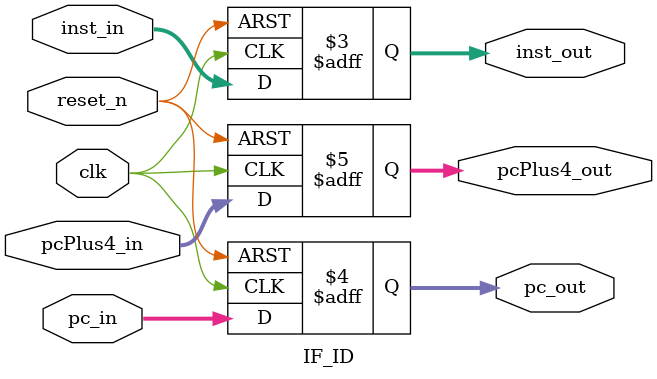
<source format=v>
`timescale 1ns / 1ps
module IF_ID(clk, reset_n, inst_in, pc_in, pcPlus4_in, inst_out, pc_out, pcPlus4_out);
    input               clk;
    input               reset_n;
    input [31:0]        inst_in, pc_in, pcPlus4_in;
    output reg [31:0]   inst_out, pc_out, pcPlus4_out;

    always @(posedge clk or negedge reset_n) begin
        if(!reset_n) begin
            pc_out      <= 0;
            inst_out    <= 0;
            pcPlus4_out <= 0;
        end
        else begin
             pc_out     <= pc_in;
             inst_out   <= inst_in;
             pcPlus4_out<= pcPlus4_in;
        end 
    end
endmodule

</source>
